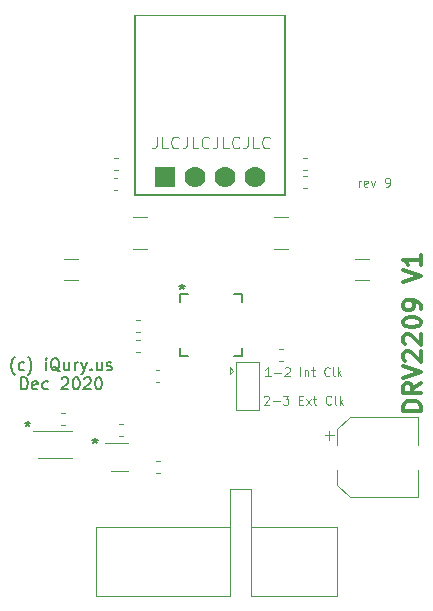
<source format=gto>
G04 #@! TF.GenerationSoftware,KiCad,Pcbnew,(5.99.0-8491-gb8dfcb34c4)*
G04 #@! TF.CreationDate,2021-01-19T19:45:49+01:00*
G04 #@! TF.ProjectId,TMC2209_Driver,544d4332-3230-4395-9f44-72697665722e,rev?*
G04 #@! TF.SameCoordinates,PX67f3540PY6cb8080*
G04 #@! TF.FileFunction,Legend,Top*
G04 #@! TF.FilePolarity,Positive*
%FSLAX46Y46*%
G04 Gerber Fmt 4.6, Leading zero omitted, Abs format (unit mm)*
G04 Created by KiCad (PCBNEW (5.99.0-8491-gb8dfcb34c4)) date 2021-01-19 19:45:49*
%MOMM*%
%LPD*%
G01*
G04 APERTURE LIST*
%ADD10C,0.100000*%
%ADD11C,0.300000*%
%ADD12C,0.150000*%
%ADD13C,0.120000*%
%ADD14C,0.152400*%
%ADD15R,1.778000X1.778000*%
%ADD16C,1.778000*%
G04 APERTURE END LIST*
D10*
X13070952Y38887620D02*
X13070952Y38173334D01*
X13023333Y38030477D01*
X12928095Y37935239D01*
X12785238Y37887620D01*
X12690000Y37887620D01*
X14023333Y37887620D02*
X13547142Y37887620D01*
X13547142Y38887620D01*
X14928095Y37982858D02*
X14880476Y37935239D01*
X14737619Y37887620D01*
X14642380Y37887620D01*
X14499523Y37935239D01*
X14404285Y38030477D01*
X14356666Y38125715D01*
X14309047Y38316191D01*
X14309047Y38459048D01*
X14356666Y38649524D01*
X14404285Y38744762D01*
X14499523Y38840000D01*
X14642380Y38887620D01*
X14737619Y38887620D01*
X14880476Y38840000D01*
X14928095Y38792381D01*
X15642380Y38887620D02*
X15642380Y38173334D01*
X15594761Y38030477D01*
X15499523Y37935239D01*
X15356666Y37887620D01*
X15261428Y37887620D01*
X16594761Y37887620D02*
X16118571Y37887620D01*
X16118571Y38887620D01*
X17499523Y37982858D02*
X17451904Y37935239D01*
X17309047Y37887620D01*
X17213809Y37887620D01*
X17070952Y37935239D01*
X16975714Y38030477D01*
X16928095Y38125715D01*
X16880476Y38316191D01*
X16880476Y38459048D01*
X16928095Y38649524D01*
X16975714Y38744762D01*
X17070952Y38840000D01*
X17213809Y38887620D01*
X17309047Y38887620D01*
X17451904Y38840000D01*
X17499523Y38792381D01*
X18213809Y38887620D02*
X18213809Y38173334D01*
X18166190Y38030477D01*
X18070952Y37935239D01*
X17928095Y37887620D01*
X17832857Y37887620D01*
X19166190Y37887620D02*
X18690000Y37887620D01*
X18690000Y38887620D01*
X20070952Y37982858D02*
X20023333Y37935239D01*
X19880476Y37887620D01*
X19785238Y37887620D01*
X19642380Y37935239D01*
X19547142Y38030477D01*
X19499523Y38125715D01*
X19451904Y38316191D01*
X19451904Y38459048D01*
X19499523Y38649524D01*
X19547142Y38744762D01*
X19642380Y38840000D01*
X19785238Y38887620D01*
X19880476Y38887620D01*
X20023333Y38840000D01*
X20070952Y38792381D01*
X20785238Y38887620D02*
X20785238Y38173334D01*
X20737619Y38030477D01*
X20642380Y37935239D01*
X20499523Y37887620D01*
X20404285Y37887620D01*
X21737619Y37887620D02*
X21261428Y37887620D01*
X21261428Y38887620D01*
X22642380Y37982858D02*
X22594761Y37935239D01*
X22451904Y37887620D01*
X22356666Y37887620D01*
X22213809Y37935239D01*
X22118571Y38030477D01*
X22070952Y38125715D01*
X22023333Y38316191D01*
X22023333Y38459048D01*
X22070952Y38649524D01*
X22118571Y38744762D01*
X22213809Y38840000D01*
X22356666Y38887620D01*
X22451904Y38887620D01*
X22594761Y38840000D01*
X22642380Y38792381D01*
D11*
X35428571Y15678572D02*
X33928571Y15678572D01*
X33928571Y16035715D01*
X34000000Y16250000D01*
X34142857Y16392858D01*
X34285714Y16464286D01*
X34571428Y16535715D01*
X34785714Y16535715D01*
X35071428Y16464286D01*
X35214285Y16392858D01*
X35357142Y16250000D01*
X35428571Y16035715D01*
X35428571Y15678572D01*
X35428571Y18035715D02*
X34714285Y17535715D01*
X35428571Y17178572D02*
X33928571Y17178572D01*
X33928571Y17750000D01*
X34000000Y17892858D01*
X34071428Y17964286D01*
X34214285Y18035715D01*
X34428571Y18035715D01*
X34571428Y17964286D01*
X34642857Y17892858D01*
X34714285Y17750000D01*
X34714285Y17178572D01*
X33928571Y18464286D02*
X35428571Y18964286D01*
X33928571Y19464286D01*
X34071428Y19892858D02*
X34000000Y19964286D01*
X33928571Y20107143D01*
X33928571Y20464286D01*
X34000000Y20607143D01*
X34071428Y20678572D01*
X34214285Y20750000D01*
X34357142Y20750000D01*
X34571428Y20678572D01*
X35428571Y19821429D01*
X35428571Y20750000D01*
X34071428Y21321429D02*
X34000000Y21392858D01*
X33928571Y21535715D01*
X33928571Y21892858D01*
X34000000Y22035715D01*
X34071428Y22107143D01*
X34214285Y22178572D01*
X34357142Y22178572D01*
X34571428Y22107143D01*
X35428571Y21250000D01*
X35428571Y22178572D01*
X33928571Y23107143D02*
X33928571Y23250000D01*
X34000000Y23392858D01*
X34071428Y23464286D01*
X34214285Y23535715D01*
X34500000Y23607143D01*
X34857142Y23607143D01*
X35142857Y23535715D01*
X35285714Y23464286D01*
X35357142Y23392858D01*
X35428571Y23250000D01*
X35428571Y23107143D01*
X35357142Y22964286D01*
X35285714Y22892858D01*
X35142857Y22821429D01*
X34857142Y22750000D01*
X34500000Y22750000D01*
X34214285Y22821429D01*
X34071428Y22892858D01*
X34000000Y22964286D01*
X33928571Y23107143D01*
X35428571Y24321429D02*
X35428571Y24607143D01*
X35357142Y24750000D01*
X35285714Y24821429D01*
X35071428Y24964286D01*
X34785714Y25035715D01*
X34214285Y25035715D01*
X34071428Y24964286D01*
X34000000Y24892858D01*
X33928571Y24750000D01*
X33928571Y24464286D01*
X34000000Y24321429D01*
X34071428Y24250000D01*
X34214285Y24178572D01*
X34571428Y24178572D01*
X34714285Y24250000D01*
X34785714Y24321429D01*
X34857142Y24464286D01*
X34857142Y24750000D01*
X34785714Y24892858D01*
X34714285Y24964286D01*
X34571428Y25035715D01*
X33928571Y26607143D02*
X35428571Y27107143D01*
X33928571Y27607143D01*
X35428571Y28892858D02*
X35428571Y28035715D01*
X35428571Y28464286D02*
X33928571Y28464286D01*
X34142857Y28321429D01*
X34285714Y28178572D01*
X34357142Y28035715D01*
D12*
X7840000Y13354020D02*
X7840000Y13115924D01*
X7601904Y13211162D02*
X7840000Y13115924D01*
X8078095Y13211162D01*
X7697142Y12925448D02*
X7840000Y13115924D01*
X7982857Y12925448D01*
D10*
X30196428Y34660715D02*
X30196428Y35160715D01*
X30196428Y35017858D02*
X30232142Y35089286D01*
X30267857Y35125000D01*
X30339285Y35160715D01*
X30410714Y35160715D01*
X30946428Y34696429D02*
X30875000Y34660715D01*
X30732142Y34660715D01*
X30660714Y34696429D01*
X30625000Y34767858D01*
X30625000Y35053572D01*
X30660714Y35125000D01*
X30732142Y35160715D01*
X30875000Y35160715D01*
X30946428Y35125000D01*
X30982142Y35053572D01*
X30982142Y34982143D01*
X30625000Y34910715D01*
X31232142Y35160715D02*
X31410714Y34660715D01*
X31589285Y35160715D01*
X32482142Y34660715D02*
X32625000Y34660715D01*
X32696428Y34696429D01*
X32732142Y34732143D01*
X32803571Y34839286D01*
X32839285Y34982143D01*
X32839285Y35267858D01*
X32803571Y35339286D01*
X32767857Y35375000D01*
X32696428Y35410715D01*
X32553571Y35410715D01*
X32482142Y35375000D01*
X32446428Y35339286D01*
X32410714Y35267858D01*
X32410714Y35089286D01*
X32446428Y35017858D01*
X32482142Y34982143D01*
X32553571Y34946429D01*
X32696428Y34946429D01*
X32767857Y34982143D01*
X32803571Y35017858D01*
X32839285Y35089286D01*
D12*
X2150400Y14801820D02*
X2150400Y14563724D01*
X1912304Y14658962D02*
X2150400Y14563724D01*
X2388495Y14658962D01*
X2007542Y14373248D02*
X2150400Y14563724D01*
X2293257Y14373248D01*
X1042819Y18721667D02*
X995200Y18769286D01*
X899961Y18912143D01*
X852342Y19007381D01*
X804723Y19150239D01*
X757104Y19388334D01*
X757104Y19578810D01*
X804723Y19816905D01*
X852342Y19959762D01*
X899961Y20055000D01*
X995200Y20197858D01*
X1042819Y20245477D01*
X1852342Y19150239D02*
X1757104Y19102620D01*
X1566628Y19102620D01*
X1471390Y19150239D01*
X1423771Y19197858D01*
X1376152Y19293096D01*
X1376152Y19578810D01*
X1423771Y19674048D01*
X1471390Y19721667D01*
X1566628Y19769286D01*
X1757104Y19769286D01*
X1852342Y19721667D01*
X2185676Y18721667D02*
X2233295Y18769286D01*
X2328533Y18912143D01*
X2376152Y19007381D01*
X2423771Y19150239D01*
X2471390Y19388334D01*
X2471390Y19578810D01*
X2423771Y19816905D01*
X2376152Y19959762D01*
X2328533Y20055000D01*
X2233295Y20197858D01*
X2185676Y20245477D01*
X3709485Y19102620D02*
X3709485Y19769286D01*
X3709485Y20102620D02*
X3661866Y20055000D01*
X3709485Y20007381D01*
X3757104Y20055000D01*
X3709485Y20102620D01*
X3709485Y20007381D01*
X4852342Y19007381D02*
X4757104Y19055000D01*
X4661866Y19150239D01*
X4519009Y19293096D01*
X4423771Y19340715D01*
X4328533Y19340715D01*
X4376152Y19102620D02*
X4280914Y19150239D01*
X4185676Y19245477D01*
X4138057Y19435953D01*
X4138057Y19769286D01*
X4185676Y19959762D01*
X4280914Y20055000D01*
X4376152Y20102620D01*
X4566628Y20102620D01*
X4661866Y20055000D01*
X4757104Y19959762D01*
X4804723Y19769286D01*
X4804723Y19435953D01*
X4757104Y19245477D01*
X4661866Y19150239D01*
X4566628Y19102620D01*
X4376152Y19102620D01*
X5661866Y19769286D02*
X5661866Y19102620D01*
X5233295Y19769286D02*
X5233295Y19245477D01*
X5280914Y19150239D01*
X5376152Y19102620D01*
X5519009Y19102620D01*
X5614247Y19150239D01*
X5661866Y19197858D01*
X6138057Y19102620D02*
X6138057Y19769286D01*
X6138057Y19578810D02*
X6185676Y19674048D01*
X6233295Y19721667D01*
X6328533Y19769286D01*
X6423771Y19769286D01*
X6661866Y19769286D02*
X6899961Y19102620D01*
X7138057Y19769286D02*
X6899961Y19102620D01*
X6804723Y18864524D01*
X6757104Y18816905D01*
X6661866Y18769286D01*
X7519009Y19197858D02*
X7566628Y19150239D01*
X7519009Y19102620D01*
X7471390Y19150239D01*
X7519009Y19197858D01*
X7519009Y19102620D01*
X8423771Y19769286D02*
X8423771Y19102620D01*
X7995200Y19769286D02*
X7995200Y19245477D01*
X8042819Y19150239D01*
X8138057Y19102620D01*
X8280914Y19102620D01*
X8376152Y19150239D01*
X8423771Y19197858D01*
X8852342Y19150239D02*
X8947580Y19102620D01*
X9138057Y19102620D01*
X9233295Y19150239D01*
X9280914Y19245477D01*
X9280914Y19293096D01*
X9233295Y19388334D01*
X9138057Y19435953D01*
X8995200Y19435953D01*
X8899961Y19483572D01*
X8852342Y19578810D01*
X8852342Y19626429D01*
X8899961Y19721667D01*
X8995200Y19769286D01*
X9138057Y19769286D01*
X9233295Y19721667D01*
X1590438Y17492620D02*
X1590438Y18492620D01*
X1828533Y18492620D01*
X1971390Y18445000D01*
X2066628Y18349762D01*
X2114247Y18254524D01*
X2161866Y18064048D01*
X2161866Y17921191D01*
X2114247Y17730715D01*
X2066628Y17635477D01*
X1971390Y17540239D01*
X1828533Y17492620D01*
X1590438Y17492620D01*
X2971390Y17540239D02*
X2876152Y17492620D01*
X2685676Y17492620D01*
X2590438Y17540239D01*
X2542819Y17635477D01*
X2542819Y18016429D01*
X2590438Y18111667D01*
X2685676Y18159286D01*
X2876152Y18159286D01*
X2971390Y18111667D01*
X3019009Y18016429D01*
X3019009Y17921191D01*
X2542819Y17825953D01*
X3876152Y17540239D02*
X3780914Y17492620D01*
X3590438Y17492620D01*
X3495200Y17540239D01*
X3447580Y17587858D01*
X3399961Y17683096D01*
X3399961Y17968810D01*
X3447580Y18064048D01*
X3495200Y18111667D01*
X3590438Y18159286D01*
X3780914Y18159286D01*
X3876152Y18111667D01*
X5019009Y18397381D02*
X5066628Y18445000D01*
X5161866Y18492620D01*
X5399961Y18492620D01*
X5495200Y18445000D01*
X5542819Y18397381D01*
X5590438Y18302143D01*
X5590438Y18206905D01*
X5542819Y18064048D01*
X4971390Y17492620D01*
X5590438Y17492620D01*
X6209485Y18492620D02*
X6304723Y18492620D01*
X6399961Y18445000D01*
X6447580Y18397381D01*
X6495200Y18302143D01*
X6542819Y18111667D01*
X6542819Y17873572D01*
X6495200Y17683096D01*
X6447580Y17587858D01*
X6399961Y17540239D01*
X6304723Y17492620D01*
X6209485Y17492620D01*
X6114247Y17540239D01*
X6066628Y17587858D01*
X6019009Y17683096D01*
X5971390Y17873572D01*
X5971390Y18111667D01*
X6019009Y18302143D01*
X6066628Y18397381D01*
X6114247Y18445000D01*
X6209485Y18492620D01*
X6923771Y18397381D02*
X6971390Y18445000D01*
X7066628Y18492620D01*
X7304723Y18492620D01*
X7399961Y18445000D01*
X7447580Y18397381D01*
X7495200Y18302143D01*
X7495200Y18206905D01*
X7447580Y18064048D01*
X6876152Y17492620D01*
X7495200Y17492620D01*
X8114247Y18492620D02*
X8209485Y18492620D01*
X8304723Y18445000D01*
X8352342Y18397381D01*
X8399961Y18302143D01*
X8447580Y18111667D01*
X8447580Y17873572D01*
X8399961Y17683096D01*
X8352342Y17587858D01*
X8304723Y17540239D01*
X8209485Y17492620D01*
X8114247Y17492620D01*
X8019009Y17540239D01*
X7971390Y17587858D01*
X7923771Y17683096D01*
X7876152Y17873572D01*
X7876152Y18111667D01*
X7923771Y18302143D01*
X7971390Y18397381D01*
X8019009Y18445000D01*
X8114247Y18492620D01*
D10*
X22714285Y18618215D02*
X22285714Y18618215D01*
X22500000Y18618215D02*
X22500000Y19368215D01*
X22428571Y19261072D01*
X22357142Y19189643D01*
X22285714Y19153929D01*
X23035714Y18903929D02*
X23607142Y18903929D01*
X23928571Y19296786D02*
X23964285Y19332500D01*
X24035714Y19368215D01*
X24214285Y19368215D01*
X24285714Y19332500D01*
X24321428Y19296786D01*
X24357142Y19225358D01*
X24357142Y19153929D01*
X24321428Y19046786D01*
X23892857Y18618215D01*
X24357142Y18618215D01*
X25250000Y18618215D02*
X25250000Y19368215D01*
X25607142Y19118215D02*
X25607142Y18618215D01*
X25607142Y19046786D02*
X25642857Y19082500D01*
X25714285Y19118215D01*
X25821428Y19118215D01*
X25892857Y19082500D01*
X25928571Y19011072D01*
X25928571Y18618215D01*
X26178571Y19118215D02*
X26464285Y19118215D01*
X26285714Y19368215D02*
X26285714Y18725358D01*
X26321428Y18653929D01*
X26392857Y18618215D01*
X26464285Y18618215D01*
X27714285Y18689643D02*
X27678571Y18653929D01*
X27571428Y18618215D01*
X27500000Y18618215D01*
X27392857Y18653929D01*
X27321428Y18725358D01*
X27285714Y18796786D01*
X27250000Y18939643D01*
X27250000Y19046786D01*
X27285714Y19189643D01*
X27321428Y19261072D01*
X27392857Y19332500D01*
X27500000Y19368215D01*
X27571428Y19368215D01*
X27678571Y19332500D01*
X27714285Y19296786D01*
X28142857Y18618215D02*
X28071428Y18653929D01*
X28035714Y18725358D01*
X28035714Y19368215D01*
X28428571Y18618215D02*
X28428571Y19368215D01*
X28500000Y18903929D02*
X28714285Y18618215D01*
X28714285Y19118215D02*
X28428571Y18832500D01*
X22160714Y16881786D02*
X22196428Y16917500D01*
X22267857Y16953215D01*
X22446428Y16953215D01*
X22517857Y16917500D01*
X22553571Y16881786D01*
X22589285Y16810358D01*
X22589285Y16738929D01*
X22553571Y16631786D01*
X22125000Y16203215D01*
X22589285Y16203215D01*
X22910714Y16488929D02*
X23482142Y16488929D01*
X23767857Y16953215D02*
X24232142Y16953215D01*
X23982142Y16667500D01*
X24089285Y16667500D01*
X24160714Y16631786D01*
X24196428Y16596072D01*
X24232142Y16524643D01*
X24232142Y16346072D01*
X24196428Y16274643D01*
X24160714Y16238929D01*
X24089285Y16203215D01*
X23875000Y16203215D01*
X23803571Y16238929D01*
X23767857Y16274643D01*
X25125000Y16596072D02*
X25375000Y16596072D01*
X25482142Y16203215D02*
X25125000Y16203215D01*
X25125000Y16953215D01*
X25482142Y16953215D01*
X25732142Y16203215D02*
X26125000Y16703215D01*
X25732142Y16703215D02*
X26125000Y16203215D01*
X26303571Y16703215D02*
X26589285Y16703215D01*
X26410714Y16953215D02*
X26410714Y16310358D01*
X26446428Y16238929D01*
X26517857Y16203215D01*
X26589285Y16203215D01*
X27839285Y16274643D02*
X27803571Y16238929D01*
X27696428Y16203215D01*
X27625000Y16203215D01*
X27517857Y16238929D01*
X27446428Y16310358D01*
X27410714Y16381786D01*
X27375000Y16524643D01*
X27375000Y16631786D01*
X27410714Y16774643D01*
X27446428Y16846072D01*
X27517857Y16917500D01*
X27625000Y16953215D01*
X27696428Y16953215D01*
X27803571Y16917500D01*
X27839285Y16881786D01*
X28267857Y16203215D02*
X28196428Y16238929D01*
X28160714Y16310358D01*
X28160714Y16953215D01*
X28553571Y16203215D02*
X28553571Y16953215D01*
X28625000Y16488929D02*
X28839285Y16203215D01*
X28839285Y16703215D02*
X28553571Y16417500D01*
D12*
X15206000Y26409620D02*
X15206000Y26171524D01*
X14967904Y26266762D02*
X15206000Y26171524D01*
X15444095Y26266762D01*
X15063142Y25981048D02*
X15206000Y26171524D01*
X15348857Y25981048D01*
D13*
X23425221Y20911000D02*
X23750779Y20911000D01*
X23425221Y19891000D02*
X23750779Y19891000D01*
X12985721Y18113000D02*
X13311279Y18113000D01*
X12985721Y19133000D02*
X13311279Y19133000D01*
X11334721Y22304000D02*
X11660279Y22304000D01*
X11334721Y23324000D02*
X11660279Y23324000D01*
X11360221Y20653000D02*
X11685779Y20653000D01*
X11360221Y21673000D02*
X11685779Y21673000D01*
X6410064Y26730000D02*
X5205936Y26730000D01*
X6410064Y28550000D02*
X5205936Y28550000D01*
X29843936Y26730000D02*
X31048064Y26730000D01*
X29843936Y28550000D02*
X31048064Y28550000D01*
X28352800Y5814800D02*
X28352800Y14800D01*
X21052800Y5814800D02*
X21052800Y14800D01*
X19252800Y9014800D02*
X21052800Y9014800D01*
X19252800Y14800D02*
X7952800Y14800D01*
X19252800Y5814800D02*
X19252800Y9014800D01*
X7952800Y5814800D02*
X19252800Y5814800D01*
X7952800Y14800D02*
X7952800Y5814800D01*
X19252800Y5814800D02*
X19252800Y14800D01*
X21052800Y14800D02*
X28352800Y14800D01*
X21052800Y9014800D02*
X21052800Y5814800D01*
X28352800Y5814800D02*
X21052800Y5814800D01*
D10*
X23969000Y49147800D02*
X11269000Y49147800D01*
D12*
X11269000Y49153800D02*
X11269000Y33913800D01*
X23969000Y49153800D02*
X23969000Y33913800D01*
X23969000Y33913800D02*
X11269000Y33913800D01*
D13*
X13036721Y10366000D02*
X13362279Y10366000D01*
X13036721Y11386000D02*
X13362279Y11386000D01*
D14*
X15053600Y20995860D02*
X15053600Y20312100D01*
X15053600Y25569900D02*
X15053600Y24886140D01*
X19627640Y20312100D02*
X20311400Y20312100D01*
X15053600Y20312100D02*
X15737360Y20312100D01*
X15737360Y25569900D02*
X15053600Y25569900D01*
X20311400Y25569900D02*
X19627640Y25569900D01*
X20311400Y24886140D02*
X20311400Y25569900D01*
X20311400Y20312100D02*
X20311400Y20995860D01*
D13*
X25782779Y37040000D02*
X25457221Y37040000D01*
X25782779Y36020000D02*
X25457221Y36020000D01*
X25782779Y35516000D02*
X25457221Y35516000D01*
X25782779Y34496000D02*
X25457221Y34496000D01*
X9455221Y36020000D02*
X9780779Y36020000D01*
X9455221Y37040000D02*
X9780779Y37040000D01*
X24193064Y29378800D02*
X22988936Y29378800D01*
X24193064Y32098800D02*
X22988936Y32098800D01*
X11047936Y29353400D02*
X12252064Y29353400D01*
X11047936Y32073400D02*
X12252064Y32073400D01*
X9429721Y35389000D02*
X9755279Y35389000D01*
X9429721Y34369000D02*
X9755279Y34369000D01*
X9235500Y10605000D02*
X10635500Y10605000D01*
X10635500Y12925000D02*
X8735500Y12925000D01*
X10225279Y14561000D02*
X9899721Y14561000D01*
X10225279Y13541000D02*
X9899721Y13541000D01*
X5284979Y14455400D02*
X4959421Y14455400D01*
X5284979Y15475400D02*
X4959421Y15475400D01*
X28340000Y14095563D02*
X29404437Y15160000D01*
X35160000Y8340000D02*
X35160000Y10690000D01*
X35160000Y15160000D02*
X35160000Y12810000D01*
X28340000Y14095563D02*
X28340000Y12810000D01*
X29404437Y15160000D02*
X35160000Y15160000D01*
X28340000Y9404437D02*
X28340000Y10690000D01*
X29404437Y8340000D02*
X35160000Y8340000D01*
X27312500Y13597500D02*
X28100000Y13597500D01*
X28340000Y9404437D02*
X29404437Y8340000D01*
X27706250Y13991250D02*
X27706250Y13203750D01*
X19250000Y19350000D02*
X19250000Y18750000D01*
X19550000Y19050000D02*
X19250000Y18750000D01*
X21750000Y15700000D02*
X19750000Y15700000D01*
X19550000Y19050000D02*
X19250000Y19350000D01*
X19750000Y15700000D02*
X19750000Y19800000D01*
X19750000Y19800000D02*
X21750000Y19800000D01*
X21750000Y19800000D02*
X21750000Y15700000D01*
X2986400Y11711800D02*
X5886400Y11711800D01*
X2626400Y13951800D02*
X5886400Y13951800D01*
D15*
X13809000Y35437800D03*
D16*
X16349000Y35437800D03*
X18889000Y35437800D03*
X21429000Y35437800D03*
M02*

</source>
